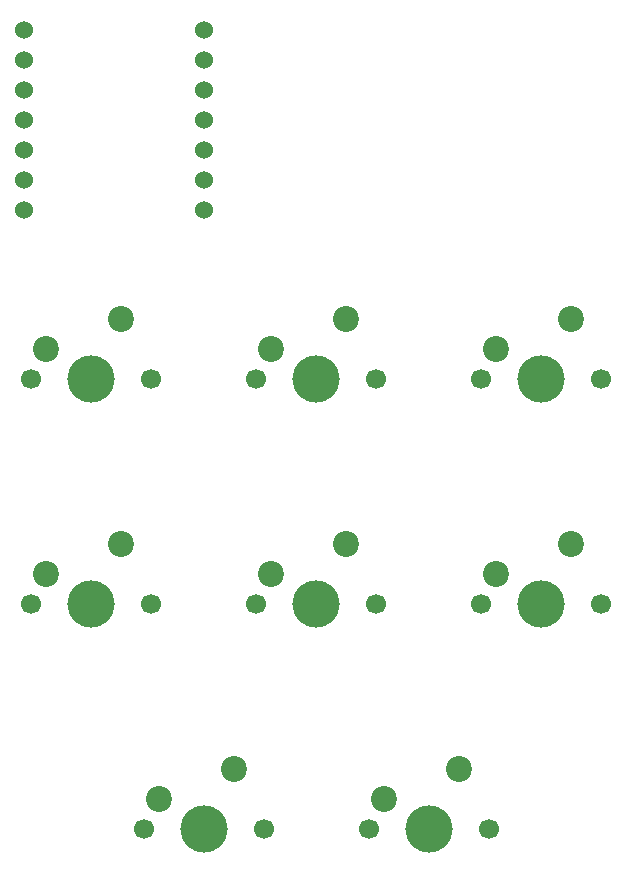
<source format=gbr>
%TF.GenerationSoftware,KiCad,Pcbnew,9.0.7*%
%TF.CreationDate,2026-01-18T08:27:46-05:00*%
%TF.ProjectId,Hackpad,4861636b-7061-4642-9e6b-696361645f70,rev?*%
%TF.SameCoordinates,Original*%
%TF.FileFunction,Soldermask,Bot*%
%TF.FilePolarity,Negative*%
%FSLAX46Y46*%
G04 Gerber Fmt 4.6, Leading zero omitted, Abs format (unit mm)*
G04 Created by KiCad (PCBNEW 9.0.7) date 2026-01-18 08:27:46*
%MOMM*%
%LPD*%
G01*
G04 APERTURE LIST*
%ADD10C,1.700000*%
%ADD11C,4.000000*%
%ADD12C,2.200000*%
%ADD13C,1.524000*%
G04 APERTURE END LIST*
D10*
%TO.C,SW1*%
X149701250Y-119062500D03*
D11*
X154781250Y-119062500D03*
D10*
X159861250Y-119062500D03*
D12*
X157321250Y-113982500D03*
X150971250Y-116522500D03*
%TD*%
D10*
%TO.C,SW8*%
X140176250Y-80962500D03*
D11*
X145256250Y-80962500D03*
D10*
X150336250Y-80962500D03*
D12*
X147796250Y-75882500D03*
X141446250Y-78422500D03*
%TD*%
D10*
%TO.C,SW3*%
X159226250Y-100012500D03*
D11*
X164306250Y-100012500D03*
D10*
X169386250Y-100012500D03*
D12*
X166846250Y-94932500D03*
X160496250Y-97472500D03*
%TD*%
D10*
%TO.C,SW5*%
X130651250Y-119062500D03*
D11*
X135731250Y-119062500D03*
D10*
X140811250Y-119062500D03*
D12*
X138271250Y-113982500D03*
X131921250Y-116522500D03*
%TD*%
D10*
%TO.C,SW2*%
X140176250Y-100012500D03*
D11*
X145256250Y-100012500D03*
D10*
X150336250Y-100012500D03*
D12*
X147796250Y-94932500D03*
X141446250Y-97472500D03*
%TD*%
D10*
%TO.C,SW7*%
X121126250Y-80962500D03*
D11*
X126206250Y-80962500D03*
D10*
X131286250Y-80962500D03*
D12*
X128746250Y-75882500D03*
X122396250Y-78422500D03*
%TD*%
D13*
%TO.C,U1*%
X120491250Y-51435000D03*
X120491250Y-53975000D03*
X120491250Y-56515000D03*
X120491250Y-59055000D03*
X120491250Y-61595000D03*
X120491250Y-64135000D03*
X120491250Y-66675000D03*
X135731250Y-66675000D03*
X135731250Y-64135000D03*
X135731250Y-61595000D03*
X135731250Y-59055000D03*
X135731250Y-56515000D03*
X135731250Y-53975000D03*
X135731250Y-51435000D03*
%TD*%
D10*
%TO.C,SW4*%
X159226250Y-80962500D03*
D11*
X164306250Y-80962500D03*
D10*
X169386250Y-80962500D03*
D12*
X166846250Y-75882500D03*
X160496250Y-78422500D03*
%TD*%
D10*
%TO.C,SW6*%
X121126250Y-100012500D03*
D11*
X126206250Y-100012500D03*
D10*
X131286250Y-100012500D03*
D12*
X128746250Y-94932500D03*
X122396250Y-97472500D03*
%TD*%
M02*

</source>
